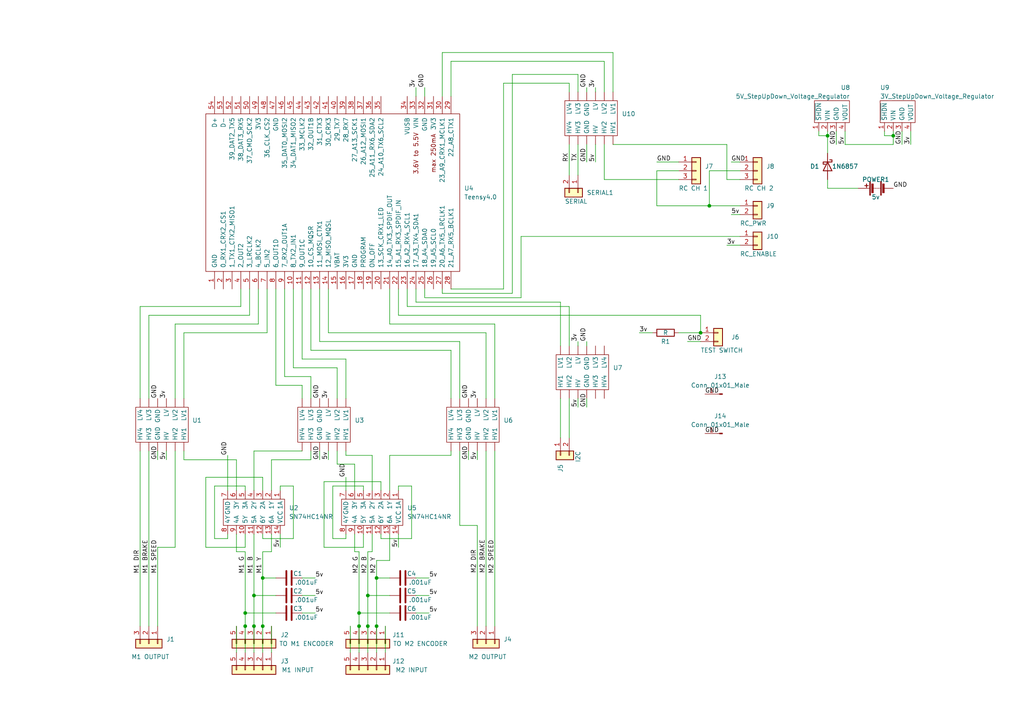
<source format=kicad_sch>
(kicad_sch (version 20211123) (generator eeschema)
  (paper "A4")
  (lib_symbols
    (symbol "Connector:Conn_01x01_Male" (pin_names (offset 1.016) hide)
      (property "Reference" "J" (at 0 2.54 0))
      (property "Value" "Conn_01x01_Male" (at 0 -2.54 0))
      (symbol "Conn_01x01_Male_1_1"
        (polyline (pts (xy 1.27 0) (xy 0.8636 0)) (stroke (width 0.1524)))
        (rectangle (start 0.8636 0.127) (end 0 -0.127) (stroke (width 0.1524)) (fill (type outline)))
        (pin passive line (at 5.08 0 180) (length 3.81) (name "Pin_1") (number "1"))
      )
    )
    (symbol "Connector_Generic:Conn_01x02" (pin_names (offset 1.016) hide)
      (property "Reference" "J" (at 0 2.54 0))
      (property "Value" "Conn_01x02" (at 0 -5.08 0))
      (symbol "Conn_01x02_1_1"
        (rectangle (start -1.27 -2.413) (end 0 -2.667) (stroke (width 0.1524)))
        (rectangle (start -1.27 0.127) (end 0 -0.127) (stroke (width 0.1524)))
        (rectangle (start -1.27 1.27) (end 1.27 -3.81) (stroke (width 0.254)) (fill (type background)))
        (pin passive line (at -5.08 0 0) (length 3.81) (name "Pin_1") (number "1"))
        (pin passive line (at -5.08 -2.54 0) (length 3.81) (name "Pin_2") (number "2"))
      )
    )
    (symbol "Connector_Generic:Conn_01x03" (pin_names (offset 1.016) hide)
      (property "Reference" "J" (at 0 5.08 0))
      (property "Value" "Conn_01x03" (at 0 -5.08 0))
      (symbol "Conn_01x03_1_1"
        (rectangle (start -1.27 -2.413) (end 0 -2.667) (stroke (width 0.1524)))
        (rectangle (start -1.27 0.127) (end 0 -0.127) (stroke (width 0.1524)))
        (rectangle (start -1.27 2.667) (end 0 2.413) (stroke (width 0.1524)))
        (rectangle (start -1.27 3.81) (end 1.27 -3.81) (stroke (width 0.254)) (fill (type background)))
        (pin passive line (at -5.08 2.54 0) (length 3.81) (name "Pin_1") (number "1"))
        (pin passive line (at -5.08 0 0) (length 3.81) (name "Pin_2") (number "2"))
        (pin passive line (at -5.08 -2.54 0) (length 3.81) (name "Pin_3") (number "3"))
      )
    )
    (symbol "Connector_Generic:Conn_01x05" (pin_names (offset 1.016) hide)
      (property "Reference" "J" (at 0 7.62 0))
      (property "Value" "Conn_01x05" (at 0 -7.62 0))
      (symbol "Conn_01x05_1_1"
        (rectangle (start -1.27 -4.953) (end 0 -5.207) (stroke (width 0.1524)))
        (rectangle (start -1.27 -2.413) (end 0 -2.667) (stroke (width 0.1524)))
        (rectangle (start -1.27 0.127) (end 0 -0.127) (stroke (width 0.1524)))
        (rectangle (start -1.27 2.667) (end 0 2.413) (stroke (width 0.1524)))
        (rectangle (start -1.27 5.207) (end 0 4.953) (stroke (width 0.1524)))
        (rectangle (start -1.27 6.35) (end 1.27 -6.35) (stroke (width 0.254)) (fill (type background)))
        (pin passive line (at -5.08 5.08 0) (length 3.81) (name "Pin_1") (number "1"))
        (pin passive line (at -5.08 2.54 0) (length 3.81) (name "Pin_2") (number "2"))
        (pin passive line (at -5.08 0 0) (length 3.81) (name "Pin_3") (number "3"))
        (pin passive line (at -5.08 -2.54 0) (length 3.81) (name "Pin_4") (number "4"))
        (pin passive line (at -5.08 -5.08 0) (length 3.81) (name "Pin_5") (number "5"))
      )
    )
    (symbol "Custom:3V_StepUpDown_Voltage_Regulator"
      (property "Reference" "U" (at 0 7.62 0))
      (property "Value" "3V_StepUpDown_Voltage_Regulator" (at 0 -5.08 0))
      (symbol "3V_StepUpDown_Voltage_Regulator_0_0"
        (pin input line (at -6.35 5.08 0) (length 2.54) (name "~{SHDN}") (number "1"))
        (pin power_in line (at -6.35 2.54 0) (length 2.54) (name "VIN") (number "2"))
        (pin power_in line (at -6.35 0 0) (length 2.54) (name "GND") (number "3"))
        (pin power_out line (at -6.35 -2.54 0) (length 2.54) (name "VOUT") (number "4"))
      )
      (symbol "3V_StepUpDown_Voltage_Regulator_0_1"
        (rectangle (start -3.81 6.35) (end 2.54 -3.81))
      )
    )
    (symbol "Custom:5V_StepUpDown_Voltage_Regulator"
      (property "Reference" "U" (at 0 7.62 0))
      (property "Value" "5V_StepUpDown_Voltage_Regulator" (at 0 -5.08 0))
      (symbol "5V_StepUpDown_Voltage_Regulator_0_0"
        (pin input line (at -6.35 5.08 0) (length 2.54) (name "~{SHDN}") (number "1"))
        (pin power_in line (at -6.35 2.54 0) (length 2.54) (name "VIN") (number "2"))
        (pin power_in line (at -6.35 0 0) (length 2.54) (name "GND") (number "3"))
        (pin power_out line (at -6.35 -2.54 0) (length 2.54) (name "VOUT") (number "4"))
      )
      (symbol "5V_StepUpDown_Voltage_Regulator_0_1"
        (rectangle (start -3.81 6.35) (end 2.54 -3.81))
      )
    )
    (symbol "Custom:Level_Shifter" (pin_numbers hide)
      (property "Reference" "U" (at 0 8.89 0))
      (property "Value" "Level_Shifter" (at 0 -8.89 0))
      (symbol "Level_Shifter_0_0"
        (pin bidirectional line (at -7.62 6.35 0) (length 2.54) (name "HV4") (number "1"))
        (pin power_in line (at 7.62 1.27 180) (length 2.54) (name "GND") (number "10"))
        (pin bidirectional line (at 7.62 3.81 180) (length 2.54) (name "LV3") (number "11"))
        (pin bidirectional line (at 7.62 6.35 180) (length 2.54) (name "LV4") (number "12"))
        (pin bidirectional line (at -7.62 3.81 0) (length 2.54) (name "HV3") (number "2"))
        (pin power_in line (at -7.62 1.27 0) (length 2.54) (name "GND") (number "3"))
        (pin power_in line (at -7.62 -1.27 0) (length 2.54) (name "HV") (number "4"))
        (pin bidirectional line (at -7.62 -3.81 0) (length 2.54) (name "HV2") (number "5"))
        (pin bidirectional line (at -7.62 -6.35 0) (length 2.54) (name "HV1") (number "6"))
        (pin bidirectional line (at 7.62 -6.35 180) (length 2.54) (name "LV1") (number "7"))
        (pin bidirectional line (at 7.62 -3.81 180) (length 2.54) (name "LV2") (number "8"))
        (pin power_in line (at 7.62 -1.27 180) (length 2.54) (name "LV") (number "9"))
      )
      (symbol "Level_Shifter_0_1"
        (rectangle (start 5.08 -7.62) (end -5.08 7.62))
      )
    )
    (symbol "Custom:SN74HC14NR"
      (property "Reference" "U" (at -2.54 10.16 0))
      (property "Value" "SN74HC14NR" (at -2.54 -10.16 0))
      (symbol "SN74HC14NR_0_0"
        (pin input line (at -8.89 7.62 0) (length 2.54) (name "1A") (number "1"))
        (pin output line (at 3.81 -2.54 180) (length 2.54) (name "5Y") (number "10"))
        (pin input line (at 3.81 0 180) (length 2.54) (name "5A") (number "11"))
        (pin output line (at 3.81 2.54 180) (length 2.54) (name "6Y") (number "12"))
        (pin input line (at 3.81 5.08 180) (length 2.54) (name "6A") (number "13"))
        (pin power_in line (at 3.81 7.62 180) (length 2.54) (name "VCC") (number "14"))
        (pin output line (at -8.89 5.08 0) (length 2.54) (name "1Y") (number "2"))
        (pin input line (at -8.89 2.54 0) (length 2.54) (name "2A") (number "3"))
        (pin output line (at -8.89 0 0) (length 2.54) (name "2Y") (number "4"))
        (pin input line (at -8.89 -2.54 0) (length 2.54) (name "3A") (number "5"))
        (pin input line (at -8.89 -5.08 0) (length 2.54) (name "3Y") (number "6"))
        (pin power_in line (at -8.89 -7.62 0) (length 2.54) (name "GND") (number "7"))
        (pin output line (at 3.81 -7.62 180) (length 2.54) (name "4Y") (number "8"))
        (pin input line (at 3.81 -5.08 180) (length 2.54) (name "4A") (number "9"))
      )
      (symbol "SN74HC14NR_0_1"
        (rectangle (start -6.35 8.89) (end 1.27 -8.89))
      )
    )
    (symbol "Device:Battery" (pin_numbers hide) (pin_names (offset 0) hide)
      (property "Reference" "BT" (at 2.54 2.54 0))
      (property "Value" "Battery" (at 2.54 0 0))
      (symbol "Battery_0_1"
        (rectangle (start -2.032 -1.397) (end 2.032 -1.651) (fill (type outline)))
        (rectangle (start -2.032 1.778) (end 2.032 1.524) (fill (type outline)))
        (rectangle (start -1.3208 -1.9812) (end 1.27 -2.4892) (fill (type outline)))
        (rectangle (start -1.3208 1.1938) (end 1.27 0.6858) (fill (type outline)))
        (polyline (pts (xy 0 -1.524) (xy 0 -1.27)))
        (polyline (pts (xy 0 -1.016) (xy 0 -0.762)))
        (polyline (pts (xy 0 -0.508) (xy 0 -0.254)))
        (polyline (pts (xy 0 0) (xy 0 0.254)))
        (polyline (pts (xy 0 0.508) (xy 0 0.762)))
        (polyline (pts (xy 0 1.778) (xy 0 2.54)))
        (polyline (pts (xy 0.254 2.667) (xy 1.27 2.667)) (stroke (width 0.254)))
        (polyline (pts (xy 0.762 3.175) (xy 0.762 2.159)) (stroke (width 0.254)))
      )
      (symbol "Battery_1_1"
        (pin passive line (at 0 5.08 270) (length 2.54) (name "+") (number "1"))
        (pin passive line (at 0 -5.08 90) (length 2.54) (name "-") (number "2"))
      )
    )
    (symbol "Device:C" (pin_numbers hide) (pin_names (offset 0.254))
      (property "Reference" "C" (at 0.635 2.54 0))
      (property "Value" "C" (at 0.635 -2.54 0))
      (symbol "C_0_1"
        (polyline (pts (xy -2.032 -0.762) (xy 2.032 -0.762)) (stroke (width 0.508)))
        (polyline (pts (xy -2.032 0.762) (xy 2.032 0.762)) (stroke (width 0.508)))
      )
      (symbol "C_1_1"
        (pin passive line (at 0 3.81 270) (length 2.794) (name "~") (number "1"))
        (pin passive line (at 0 -3.81 90) (length 2.794) (name "~") (number "2"))
      )
    )
    (symbol "Device:R" (pin_numbers hide) (pin_names (offset 0))
      (property "Reference" "R" (at 2.032 0 90))
      (property "Value" "R" (at 0 0 90))
      (symbol "R_0_1"
        (rectangle (start -1.016 -2.54) (end 1.016 2.54) (stroke (width 0.254)))
      )
      (symbol "R_1_1"
        (pin passive line (at 0 3.81 270) (length 1.27) (name "~") (number "1"))
        (pin passive line (at 0 -3.81 90) (length 1.27) (name "~") (number "2"))
      )
    )
    (symbol "Diode:1N6857" (pin_numbers hide) (pin_names (offset 1.016) hide)
      (property "Reference" "D" (at 0 2.54 0))
      (property "Value" "1N6857" (at 0 -2.54 0))
      (symbol "1N6857_0_1"
        (polyline (pts (xy 1.27 0) (xy -1.27 0)))
        (polyline (pts (xy 1.27 1.27) (xy 1.27 -1.27) (xy -1.27 0) (xy 1.27 1.27)) (stroke (width 0.254)))
        (polyline (pts (xy -1.905 0.635) (xy -1.905 1.27) (xy -1.27 1.27) (xy -1.27 -1.27) (xy -0.635 -1.27) (xy -0.635 -0.635)) (stroke (width 0.254)))
      )
      (symbol "1N6857_1_1"
        (pin passive line (at -3.81 0 0) (length 2.54) (name "K") (number "1"))
        (pin passive line (at 3.81 0 180) (length 2.54) (name "A") (number "2"))
      )
    )
    (symbol "teensy:Teensy4.0" (pin_names (offset 1.016))
      (property "Reference" "U" (at 0 39.37 0))
      (property "Value" "Teensy4.0" (at 0 -39.37 0))
      (symbol "Teensy4.0_0_0"
        (text "3.6V to 5.5V" (at 11.43 -24.13 0) (effects (font (size 1.27 1.27))))
        (text "max 250mA" (at 11.43 -29.21 0) (effects (font (size 1.27 1.27))))
        (pin bidirectional line (at -27.94 11.43 0) (length 5.08) (name "8_TX2_IN1") (number "10"))
        (pin bidirectional line (at -27.94 8.89 0) (length 5.08) (name "9_OUT1C") (number "11"))
        (pin bidirectional line (at -27.94 6.35 0) (length 5.08) (name "10_CS_MQSR") (number "12"))
        (pin bidirectional line (at -27.94 3.81 0) (length 5.08) (name "11_MOSI_CTX1") (number "13"))
        (pin bidirectional line (at -27.94 1.27 0) (length 5.08) (name "12_MISO_MQSL") (number "14"))
        (pin power_in line (at -27.94 -1.27 0) (length 5.08) (name "VBAT") (number "15"))
        (pin power_in line (at -27.94 -3.81 0) (length 5.08) (name "3V3") (number "16"))
        (pin power_in line (at -27.94 -6.35 0) (length 5.08) (name "GND") (number "17"))
        (pin input line (at -27.94 -8.89 0) (length 5.08) (name "PROGRAM") (number "18"))
        (pin input line (at -27.94 -11.43 0) (length 5.08) (name "ON_OFF") (number "19"))
        (pin bidirectional line (at -27.94 -13.97 0) (length 5.08) (name "13_SCK_CRX1_LED") (number "20"))
        (pin bidirectional line (at -27.94 -16.51 0) (length 5.08) (name "14_A0_TX3_SPDIF_OUT") (number "21"))
        (pin bidirectional line (at -27.94 -19.05 0) (length 5.08) (name "15_A1_RX3_SPDIF_IN") (number "22"))
        (pin bidirectional line (at -27.94 -21.59 0) (length 5.08) (name "16_A2_RX4_SCL1") (number "23"))
        (pin bidirectional line (at -27.94 -24.13 0) (length 5.08) (name "17_A3_TX4_SDA1") (number "24"))
        (pin bidirectional line (at -27.94 -26.67 0) (length 5.08) (name "18_A4_SDA0") (number "25"))
        (pin bidirectional line (at -27.94 -29.21 0) (length 5.08) (name "19_A5_SCL0") (number "26"))
        (pin bidirectional line (at -27.94 -31.75 0) (length 5.08) (name "20_A6_TX5_LRCLK1") (number "27"))
        (pin bidirectional line (at -27.94 -34.29 0) (length 5.08) (name "21_A7_RX5_BCLK1") (number "28"))
        (pin bidirectional line (at 27.94 -34.29 180) (length 5.08) (name "22_A8_CTX1") (number "29"))
        (pin bidirectional line (at 27.94 -31.75 180) (length 5.08) (name "23_A9_CRX1_MCLK1") (number "30"))
        (pin power_out line (at 27.94 -29.21 180) (length 5.08) (name "3V3") (number "31"))
        (pin power_in line (at 27.94 -26.67 180) (length 5.08) (name "GND") (number "32"))
        (pin power_in line (at 27.94 -24.13 180) (length 5.08) (name "VIN") (number "33"))
        (pin power_out line (at 27.94 -21.59 180) (length 5.08) (name "VUSB") (number "34"))
        (pin bidirectional line (at 27.94 -13.97 180) (length 5.08) (name "24_A10_TX6_SCL2") (number "35"))
        (pin bidirectional line (at 27.94 -11.43 180) (length 5.08) (name "25_A11_RX6_SDA2") (number "36"))
        (pin bidirectional line (at 27.94 -8.89 180) (length 5.08) (name "26_A12_MOSI1") (number "37"))
        (pin bidirectional line (at 27.94 -6.35 180) (length 5.08) (name "27_A13_SCK1") (number "38"))
        (pin bidirectional line (at 27.94 -3.81 180) (length 5.08) (name "28_RX7") (number "39"))
        (pin bidirectional line (at 27.94 -1.27 180) (length 5.08) (name "29_TX7") (number "40"))
        (pin bidirectional line (at 27.94 1.27 180) (length 5.08) (name "30_CRX3") (number "41"))
        (pin bidirectional line (at 27.94 3.81 180) (length 5.08) (name "31_CTX3") (number "42"))
        (pin bidirectional line (at 27.94 6.35 180) (length 5.08) (name "32_OUT1B") (number "43"))
        (pin bidirectional line (at 27.94 8.89 180) (length 5.08) (name "33_MCLK2") (number "44"))
        (pin bidirectional line (at 27.94 11.43 180) (length 5.08) (name "34_DAT1_MISO2") (number "45"))
        (pin bidirectional line (at 27.94 13.97 180) (length 5.08) (name "35_DAT0_MOSI2") (number "46"))
        (pin power_out line (at 27.94 16.51 180) (length 5.08) (name "GND") (number "47"))
        (pin bidirectional line (at 27.94 19.05 180) (length 5.08) (name "36_CLK_CS2") (number "48"))
        (pin power_out line (at 27.94 21.59 180) (length 5.08) (name "3V3") (number "49"))
        (pin bidirectional line (at -27.94 24.13 0) (length 5.08) (name "3_LRCLK2") (number "5"))
        (pin bidirectional line (at 27.94 24.13 180) (length 5.08) (name "37_CMD_SCK2") (number "50"))
        (pin bidirectional line (at 27.94 26.67 180) (length 5.08) (name "38_DAT3_RX5") (number "51"))
        (pin bidirectional line (at 27.94 29.21 180) (length 5.08) (name "39_DAT2_TX5") (number "52"))
        (pin bidirectional line (at 27.94 31.75 180) (length 5.08) (name "D-") (number "53"))
        (pin bidirectional line (at 27.94 34.29 180) (length 5.08) (name "D+") (number "54"))
        (pin bidirectional line (at -27.94 21.59 0) (length 5.08) (name "4_BCLK2") (number "6"))
        (pin bidirectional line (at -27.94 19.05 0) (length 5.08) (name "5_IN2") (number "7"))
        (pin bidirectional line (at -27.94 16.51 0) (length 5.08) (name "6_OUT1D") (number "8"))
        (pin bidirectional line (at -27.94 13.97 0) (length 5.08) (name "7_RX2_OUT1A") (number "9"))
      )
      (symbol "Teensy4.0_0_1"
        (rectangle (start -22.86 36.83) (end 22.86 -36.83))
        (rectangle (start -20.32 -31.75) (end -20.32 -31.75))
      )
      (symbol "Teensy4.0_1_1"
        (pin power_in line (at -27.94 34.29 0) (length 5.08) (name "GND") (number "1"))
        (pin bidirectional line (at -27.94 31.75 0) (length 5.08) (name "0_RX1_CRX2_CS1") (number "2"))
        (pin bidirectional line (at -27.94 29.21 0) (length 5.08) (name "1_TX1_CTX2_MISO1") (number "3"))
        (pin bidirectional line (at -27.94 26.67 0) (length 5.08) (name "2_OUT2") (number "4"))
      )
    )
  )
  (junction (at 73.66 172.72))
  (junction (at 71.12 177.8))
  (junction (at 71.12 181.61))
  (junction (at 109.22 167.64))
  (junction (at 76.2 167.64))
  (junction (at 205.74 59.69))
  (junction (at 106.68 172.72))
  (junction (at 104.14 181.61))
  (junction (at 73.66 181.61))
  (junction (at 259.08 39.37))
  (junction (at 76.2 181.61))
  (junction (at 203.2 96.52))
  (junction (at 240.03 39.37))
  (junction (at 104.14 177.8))
  (junction (at 106.68 181.61))
  (junction (at 109.22 181.61))
  (wire (pts (xy 85.09 140.97) (xy 81.28 140.97)))
  (wire (pts (xy 124.46 177.8) (xy 120.65 177.8)))
  (wire (pts (xy 259.08 41.91) (xy 259.08 39.37)))
  (wire (pts (xy 106.68 172.72) (xy 113.03 172.72)))
  (wire (pts (xy 170.18 25.4) (xy 170.18 26.67)))
  (wire (pts (xy 177.8 15.24) (xy 128.27 15.24)))
  (wire (pts (xy 259.08 39.37) (xy 256.54 39.37)))
  (wire (pts (xy 214.63 59.69) (xy 205.74 59.69)))
  (wire (pts (xy 165.1 24.13) (xy 165.1 26.67)))
  (wire (pts (xy 50.8 93.98) (xy 74.93 93.98)))
  (wire (pts (xy 165.1 88.9) (xy 165.1 100.33)))
  (wire (pts (xy 53.34 130.81) (xy 53.34 133.35)))
  (wire (pts (xy 190.5 49.53) (xy 196.85 49.53)))
  (wire (pts (xy 76.2 138.43) (xy 76.2 142.24)))
  (wire (pts (xy 107.95 154.94) (xy 107.95 160.02)))
  (wire (pts (xy 102.87 160.02) (xy 104.14 160.02)))
  (wire (pts (xy 120.65 25.4) (xy 120.65 27.94)))
  (wire (pts (xy 104.14 177.8) (xy 113.03 177.8)))
  (wire (pts (xy 102.87 154.94) (xy 102.87 160.02)))
  (wire (pts (xy 196.85 52.07) (xy 175.26 52.07)))
  (wire (pts (xy 170.18 46.99) (xy 170.18 41.91)))
  (wire (pts (xy 115.57 91.44) (xy 203.2 91.44)))
  (wire (pts (xy 242.57 41.91) (xy 242.57 38.1)))
  (wire (pts (xy 259.08 39.37) (xy 259.08 38.1)))
  (wire (pts (xy 130.81 130.81) (xy 130.81 132.08)))
  (wire (pts (xy 212.09 46.99) (xy 214.63 46.99)))
  (wire (pts (xy 113.03 142.24) (xy 113.03 132.08)))
  (wire (pts (xy 113.03 162.56) (xy 109.22 162.56)))
  (wire (pts (xy 264.16 41.91) (xy 264.16 38.1)))
  (wire (pts (xy 91.44 172.72) (xy 87.63 172.72)))
  (wire (pts (xy 96.52 156.21) (xy 96.52 140.97)))
  (wire (pts (xy 102.87 142.24) (xy 102.87 134.62)))
  (wire (pts (xy 130.81 83.82) (xy 146.05 83.82)))
  (wire (pts (xy 109.22 181.61) (xy 109.22 189.23)))
  (wire (pts (xy 133.35 115.57) (xy 133.35 99.06)))
  (wire (pts (xy 175.26 26.67) (xy 175.26 17.78)))
  (wire (pts (xy 78.74 154.94) (xy 78.74 160.02)))
  (wire (pts (xy 90.17 109.22) (xy 82.55 109.22)))
  (wire (pts (xy 93.98 139.7) (xy 110.49 139.7)))
  (wire (pts (xy 199.39 99.06) (xy 203.2 99.06)))
  (wire (pts (xy 167.64 41.91) (xy 167.64 50.8)))
  (wire (pts (xy 140.97 130.81) (xy 140.97 181.61)))
  (wire (pts (xy 196.85 96.52) (xy 203.2 96.52)))
  (wire (pts (xy 40.64 115.57) (xy 40.64 88.9)))
  (wire (pts (xy 76.2 156.21) (xy 85.09 156.21)))
  (wire (pts (xy 48.26 133.35) (xy 48.26 130.81)))
  (wire (pts (xy 43.18 130.81) (xy 43.18 181.61)))
  (wire (pts (xy 135.89 133.35) (xy 135.89 130.81)))
  (wire (pts (xy 151.13 86.36) (xy 123.19 86.36)))
  (wire (pts (xy 97.79 115.57) (xy 97.79 106.68)))
  (wire (pts (xy 73.66 130.81) (xy 87.63 130.81)))
  (wire (pts (xy 76.2 167.64) (xy 80.01 167.64)))
  (wire (pts (xy 212.09 62.23) (xy 214.63 62.23)))
  (wire (pts (xy 40.64 130.81) (xy 40.64 181.61)))
  (wire (pts (xy 109.22 167.64) (xy 109.22 181.61)))
  (wire (pts (xy 110.49 156.21) (xy 119.38 156.21)))
  (wire (pts (xy 165.1 115.57) (xy 165.1 127)))
  (wire (pts (xy 256.54 38.1) (xy 256.54 39.37)))
  (wire (pts (xy 177.8 41.91) (xy 210.82 41.91)))
  (wire (pts (xy 130.81 101.6) (xy 90.17 101.6)))
  (wire (pts (xy 128.27 15.24) (xy 128.27 27.94)))
  (wire (pts (xy 107.95 142.24) (xy 107.95 132.08)))
  (wire (pts (xy 85.09 83.82) (xy 85.09 106.68)))
  (wire (pts (xy 50.8 158.75) (xy 45.72 158.75)))
  (wire (pts (xy 104.14 177.8) (xy 104.14 181.61)))
  (wire (pts (xy 87.63 115.57) (xy 87.63 111.76)))
  (wire (pts (xy 74.93 83.82) (xy 74.93 93.98)))
  (wire (pts (xy 66.04 156.21) (xy 62.23 156.21)))
  (wire (pts (xy 78.74 181.61) (xy 78.74 189.23)))
  (wire (pts (xy 177.8 26.67) (xy 177.8 15.24)))
  (wire (pts (xy 146.05 83.82) (xy 146.05 24.13)))
  (wire (pts (xy 71.12 181.61) (xy 71.12 189.23)))
  (wire (pts (xy 45.72 133.35) (xy 45.72 130.81)))
  (wire (pts (xy 91.44 167.64) (xy 87.63 167.64)))
  (wire (pts (xy 101.6 181.61) (xy 101.6 189.23)))
  (wire (pts (xy 205.74 59.69) (xy 190.5 59.69)))
  (wire (pts (xy 120.65 83.82) (xy 120.65 87.63)))
  (wire (pts (xy 106.68 160.02) (xy 106.68 172.72)))
  (wire (pts (xy 43.18 91.44) (xy 72.39 91.44)))
  (wire (pts (xy 240.03 39.37) (xy 237.49 39.37)))
  (wire (pts (xy 113.03 132.08) (xy 130.81 132.08)))
  (wire (pts (xy 133.35 152.4) (xy 138.43 152.4)))
  (wire (pts (xy 140.97 96.52) (xy 95.25 96.52)))
  (wire (pts (xy 66.04 154.94) (xy 66.04 156.21)))
  (wire (pts (xy 76.2 160.02) (xy 76.2 167.64)))
  (wire (pts (xy 151.13 68.58) (xy 214.63 68.58)))
  (wire (pts (xy 76.2 167.64) (xy 76.2 181.61)))
  (wire (pts (xy 97.79 130.81) (xy 97.79 134.62)))
  (wire (pts (xy 148.59 21.59) (xy 167.64 21.59)))
  (wire (pts (xy 73.66 142.24) (xy 73.66 130.81)))
  (wire (pts (xy 109.22 162.56) (xy 109.22 167.64)))
  (wire (pts (xy 110.49 154.94) (xy 110.49 156.21)))
  (wire (pts (xy 87.63 83.82) (xy 87.63 104.14)))
  (wire (pts (xy 92.71 133.35) (xy 92.71 130.81)))
  (wire (pts (xy 185.42 96.52) (xy 189.23 96.52)))
  (wire (pts (xy 162.56 115.57) (xy 162.56 127)))
  (wire (pts (xy 170.18 118.11) (xy 170.18 115.57)))
  (wire (pts (xy 130.81 115.57) (xy 130.81 101.6)))
  (wire (pts (xy 71.12 177.8) (xy 71.12 181.61)))
  (wire (pts (xy 71.12 154.94) (xy 71.12 158.75)))
  (wire (pts (xy 115.57 158.75) (xy 115.57 154.94)))
  (wire (pts (xy 123.19 25.4) (xy 123.19 27.94)))
  (wire (pts (xy 53.34 115.57) (xy 53.34 96.52)))
  (wire (pts (xy 100.33 138.43) (xy 100.33 142.24)))
  (wire (pts (xy 190.5 46.99) (xy 196.85 46.99)))
  (wire (pts (xy 237.49 38.1) (xy 237.49 39.37)))
  (wire (pts (xy 53.34 96.52) (xy 77.47 96.52)))
  (wire (pts (xy 111.76 181.61) (xy 111.76 189.23)))
  (wire (pts (xy 69.85 83.82) (xy 69.85 88.9)))
  (wire (pts (xy 95.25 133.35) (xy 95.25 130.81)))
  (wire (pts (xy 100.33 104.14) (xy 87.63 104.14)))
  (wire (pts (xy 140.97 115.57) (xy 140.97 96.52)))
  (wire (pts (xy 45.72 158.75) (xy 45.72 181.61)))
  (wire (pts (xy 71.12 177.8) (xy 80.01 177.8)))
  (wire (pts (xy 205.74 59.69) (xy 205.74 49.53)))
  (wire (pts (xy 115.57 83.82) (xy 115.57 91.44)))
  (wire (pts (xy 138.43 133.35) (xy 138.43 130.81)))
  (wire (pts (xy 167.64 99.06) (xy 167.64 100.33)))
  (wire (pts (xy 210.82 52.07) (xy 210.82 41.91)))
  (wire (pts (xy 151.13 86.36) (xy 151.13 68.58)))
  (wire (pts (xy 172.72 25.4) (xy 172.72 26.67)))
  (wire (pts (xy 59.69 138.43) (xy 76.2 138.43)))
  (wire (pts (xy 115.57 140.97) (xy 115.57 142.24)))
  (wire (pts (xy 81.28 158.75) (xy 81.28 154.94)))
  (wire (pts (xy 76.2 154.94) (xy 76.2 156.21)))
  (wire (pts (xy 73.66 181.61) (xy 73.66 189.23)))
  (wire (pts (xy 113.03 154.94) (xy 113.03 162.56)))
  (wire (pts (xy 143.51 115.57) (xy 143.51 93.98)))
  (wire (pts (xy 68.58 142.24) (xy 68.58 133.35)))
  (wire (pts (xy 146.05 24.13) (xy 165.1 24.13)))
  (wire (pts (xy 118.11 88.9) (xy 165.1 88.9)))
  (wire (pts (xy 205.74 49.53) (xy 214.63 49.53)))
  (wire (pts (xy 210.82 71.12) (xy 214.63 71.12)))
  (wire (pts (xy 87.63 111.76) (xy 80.01 111.76)))
  (wire (pts (xy 71.12 142.24) (xy 71.12 140.97)))
  (wire (pts (xy 167.64 118.11) (xy 167.64 115.57)))
  (wire (pts (xy 85.09 156.21) (xy 85.09 140.97)))
  (wire (pts (xy 50.8 130.81) (xy 50.8 158.75)))
  (wire (pts (xy 123.19 83.82) (xy 123.19 86.36)))
  (wire (pts (xy 91.44 177.8) (xy 87.63 177.8)))
  (wire (pts (xy 175.26 17.78) (xy 130.81 17.78)))
  (wire (pts (xy 190.5 59.69) (xy 190.5 49.53)))
  (wire (pts (xy 203.2 91.44) (xy 203.2 96.52)))
  (wire (pts (xy 261.62 41.91) (xy 261.62 38.1)))
  (wire (pts (xy 96.52 140.97) (xy 105.41 140.97)))
  (wire (pts (xy 50.8 115.57) (xy 50.8 93.98)))
  (wire (pts (xy 167.64 21.59) (xy 167.64 26.67)))
  (wire (pts (xy 138.43 152.4) (xy 138.43 181.61)))
  (wire (pts (xy 133.35 99.06) (xy 92.71 99.06)))
  (wire (pts (xy 72.39 83.82) (xy 72.39 91.44)))
  (wire (pts (xy 71.12 160.02) (xy 71.12 177.8)))
  (wire (pts (xy 73.66 172.72) (xy 80.01 172.72)))
  (wire (pts (xy 104.14 181.61) (xy 104.14 189.23)))
  (wire (pts (xy 90.17 130.81) (xy 90.17 133.35)))
  (wire (pts (xy 170.18 99.06) (xy 170.18 100.33)))
  (wire (pts (xy 133.35 130.81) (xy 133.35 152.4)))
  (wire (pts (xy 120.65 87.63) (xy 162.56 87.63)))
  (wire (pts (xy 113.03 83.82) (xy 113.03 93.98)))
  (wire (pts (xy 90.17 83.82) (xy 90.17 101.6)))
  (wire (pts (xy 102.87 134.62) (xy 97.79 134.62)))
  (wire (pts (xy 95.25 83.82) (xy 95.25 96.52)))
  (wire (pts (xy 100.33 115.57) (xy 100.33 104.14)))
  (wire (pts (xy 109.22 167.64) (xy 113.03 167.64)))
  (wire (pts (xy 240.03 52.07) (xy 240.03 54.61)))
  (wire (pts (xy 100.33 130.81) (xy 100.33 132.08)))
  (wire (pts (xy 148.59 85.09) (xy 148.59 21.59)))
  (wire (pts (xy 100.33 154.94) (xy 100.33 156.21)))
  (wire (pts (xy 104.14 160.02) (xy 104.14 177.8)))
  (wire (pts (xy 119.38 140.97) (xy 115.57 140.97)))
  (wire (pts (xy 105.41 158.75) (xy 93.98 158.75)))
  (wire (pts (xy 81.28 140.97) (xy 81.28 142.24)))
  (wire (pts (xy 143.51 130.81) (xy 143.51 181.61)))
  (wire (pts (xy 128.27 83.82) (xy 128.27 85.09)))
  (wire (pts (xy 143.51 93.98) (xy 113.03 93.98)))
  (wire (pts (xy 43.18 115.57) (xy 43.18 91.44)))
  (wire (pts (xy 124.46 167.64) (xy 120.65 167.64)))
  (wire (pts (xy 68.58 160.02) (xy 71.12 160.02)))
  (wire (pts (xy 68.58 181.61) (xy 68.58 189.23)))
  (wire (pts (xy 97.79 106.68) (xy 85.09 106.68)))
  (wire (pts (xy 119.38 156.21) (xy 119.38 140.97)))
  (wire (pts (xy 105.41 154.94) (xy 105.41 158.75)))
  (wire (pts (xy 107.95 132.08) (xy 100.33 132.08)))
  (wire (pts (xy 59.69 158.75) (xy 59.69 138.43)))
  (wire (pts (xy 175.26 41.91) (xy 175.26 52.07)))
  (wire (pts (xy 106.68 181.61) (xy 106.68 189.23)))
  (wire (pts (xy 248.92 54.61) (xy 240.03 54.61)))
  (wire (pts (xy 80.01 111.76) (xy 80.01 83.82)))
  (wire (pts (xy 245.11 41.91) (xy 245.11 38.1)))
  (wire (pts (xy 71.12 158.75) (xy 59.69 158.75)))
  (wire (pts (xy 240.03 38.1) (xy 240.03 39.37)))
  (wire (pts (xy 124.46 172.72) (xy 120.65 172.72)))
  (wire (pts (xy 90.17 115.57) (xy 90.17 109.22)))
  (wire (pts (xy 172.72 46.99) (xy 172.72 41.91)))
  (wire (pts (xy 107.95 160.02) (xy 106.68 160.02)))
  (wire (pts (xy 165.1 41.91) (xy 165.1 50.8)))
  (wire (pts (xy 214.63 52.07) (xy 210.82 52.07)))
  (wire (pts (xy 66.04 132.08) (xy 66.04 142.24)))
  (wire (pts (xy 73.66 154.94) (xy 73.66 172.72)))
  (wire (pts (xy 78.74 142.24) (xy 78.74 133.35)))
  (wire (pts (xy 105.41 140.97) (xy 105.41 142.24)))
  (wire (pts (xy 78.74 160.02) (xy 76.2 160.02)))
  (wire (pts (xy 100.33 156.21) (xy 96.52 156.21)))
  (wire (pts (xy 82.55 83.82) (xy 82.55 109.22)))
  (wire (pts (xy 62.23 156.21) (xy 62.23 140.97)))
  (wire (pts (xy 78.74 133.35) (xy 90.17 133.35)))
  (wire (pts (xy 245.11 41.91) (xy 259.08 41.91)))
  (wire (pts (xy 130.81 17.78) (xy 130.81 27.94)))
  (wire (pts (xy 162.56 87.63) (xy 162.56 100.33)))
  (wire (pts (xy 92.71 83.82) (xy 92.71 99.06)))
  (wire (pts (xy 68.58 133.35) (xy 53.34 133.35)))
  (wire (pts (xy 93.98 158.75) (xy 93.98 139.7)))
  (wire (pts (xy 68.58 154.94) (xy 68.58 160.02)))
  (wire (pts (xy 240.03 39.37) (xy 240.03 44.45)))
  (wire (pts (xy 76.2 181.61) (xy 76.2 189.23)))
  (wire (pts (xy 106.68 172.72) (xy 106.68 181.61)))
  (wire (pts (xy 110.49 139.7) (xy 110.49 142.24)))
  (wire (pts (xy 73.66 172.72) (xy 73.66 181.61)))
  (wire (pts (xy 77.47 83.82) (xy 77.47 96.52)))
  (wire (pts (xy 40.64 88.9) (xy 69.85 88.9)))
  (wire (pts (xy 128.27 85.09) (xy 148.59 85.09)))
  (wire (pts (xy 62.23 140.97) (xy 71.12 140.97)))
  (wire (pts (xy 118.11 83.82) (xy 118.11 88.9)))
  (label "M1 BRAKE" (at 43.18 166.37 90))
  (label "GND" (at 45.72 115.57 90))
  (label "3v" (at 172.72 25.4 90))
  (label "M1 DIR" (at 40.64 166.37 90))
  (label "GND" (at 135.89 115.57 90))
  (label "5v" (at 138.43 133.35 90))
  (label "GND" (at 170.18 46.99 90))
  (label "GND" (at 135.89 133.35 90))
  (label "GND" (at 170.18 99.06 90))
  (label "5v" (at 124.46 177.8 0))
  (label "5v" (at 91.44 172.72 0))
  (label "5v" (at 124.46 172.72 0))
  (label "GND" (at 212.09 46.99 0))
  (label "M2 SPEED" (at 143.51 166.37 90))
  (label "5v" (at 48.26 133.35 90))
  (label "GND" (at 92.71 115.57 90))
  (label "5v" (at 95.25 133.35 90))
  (label "5v" (at 212.09 62.23 0))
  (label "M1 B" (at 73.66 166.37 90))
  (label "5v" (at 91.44 167.64 0))
  (label "5v" (at 172.72 46.99 90))
  (label "5v" (at 115.57 158.75 90))
  (label "5v" (at 91.44 177.8 0))
  (label "3v" (at 120.65 25.4 90))
  (label "TX" (at 167.64 44.45 270))
  (label "5v" (at 81.28 158.75 90))
  (label "GND" (at 190.5 46.99 0))
  (label "GND" (at 204.47 114.3 0))
  (label "M2 BRAKE" (at 140.97 166.2555 90))
  (label "5v" (at 245.11 41.91 90))
  (label "M2 G" (at 104.14 166.37 90))
  (label "3v" (at 185.42 96.52 0))
  (label "3v" (at 264.16 41.91 90))
  (label "GND" (at 100.33 138.43 90))
  (label "GND" (at 170.18 118.11 90))
  (label "3v" (at 167.64 99.06 90))
  (label "M1 G" (at 71.12 166.37 90))
  (label "3v" (at 95.25 115.57 90))
  (label "M1 Y" (at 76.2 166.37 90))
  (label "M1 SPEED" (at 45.72 166.37 90))
  (label "GND" (at 170.18 25.4 90))
  (label "GND" (at 45.72 133.35 90))
  (label "3v" (at 210.82 71.12 0))
  (label "GND" (at 261.62 41.91 90))
  (label "GND" (at 199.39 99.06 0))
  (label "3v" (at 48.26 115.57 90))
  (label "GND" (at 66.04 132.08 90))
  (label "5v" (at 167.64 118.11 90))
  (label "GND" (at 242.57 41.91 90))
  (label "GND" (at 123.19 25.4 90))
  (label "M2 DIR" (at 138.43 166.2555 90))
  (label "M2 Y" (at 109.22 166.37 90))
  (label "RX" (at 165.1 46.99 90))
  (label "3v" (at 138.43 115.57 90))
  (label "5v" (at 124.46 167.64 0))
  (label "GND" (at 204.47 125.73 0))
  (label "GND" (at 92.71 133.35 90))
  (label "GND" (at 259.08 54.61 0))
  (label "M2 B" (at 106.68 166.37 90))
  (symbol (lib_id "Connector:Conn_01x01_Male") (at 209.55 125.73 180) (unit 1)
    (property "Reference" "J14" (at 208.915 120.65 0))
    (property "Value" "Conn_01x01_Male" (at 208.915 123.19 0))
    (property "Footprint" "Connector_PinHeader_2.54mm:PinHeader_1x01_P2.54mm_Vertical" (effects hide))
  )
  (symbol (lib_id "Connector_Generic:Conn_01x03") (at 43.18 186.69 270) (unit 1)
    (property "Reference" "J1" (at 48.26 185.42 90) (effects (justify left)))
    (property "Value" "M1 OUTPUT" (at 38.1 190.5 90) (effects (justify left)))
    (property "Footprint" "TerminalBlock:TerminalBlock_Altech_AK300-3_P5.00mm" (effects hide))
  )
  (symbol (lib_id "Custom:SN74HC14NR") (at 73.66 151.13 270) (unit 1)
    (property "Reference" "U2" (at 83.82 147.3199 90) (effects (justify left)))
    (property "Value" "SN74HC14NR" (at 83.82 149.8599 90) (effects (justify left)))
    (property "Footprint" "Package_DIP:DIP-14_W7.62mm" (effects hide))
  )
  (symbol (lib_id "Device:Battery") (at 254 54.61 90) (unit 1)
    (property "Reference" "POWER1" (at 254 52.07 90))
    (property "Value" "5v" (at 254 57.15 90))
    (property "Footprint" "Connector_JST:JST_XH_B2B-XH-A_1x02_P2.50mm_Vertical" (effects hide))
  )
  (symbol (lib_id "Connector_Generic:Conn_01x03") (at 140.97 186.69 270) (unit 1)
    (property "Reference" "J4" (at 146.05 185.4199 90) (effects (justify left)))
    (property "Value" "M2 OUTPUT" (at 135.89 190.5 90) (effects (justify left)))
    (property "Footprint" "TerminalBlock:TerminalBlock_Altech_AK300-3_P5.00mm" (effects hide))
  )
  (symbol (lib_id "Diode:1N6857") (at 240.03 48.26 270) (unit 1)
    (property "Reference" "D1" (at 234.95 48.26 90) (effects (justify left)))
    (property "Value" "1N6857" (at 241.3 48.26 90) (effects (justify left)))
    (property "Footprint" "Diode_THT:D_DO-35_SOD27_P7.62mm_Horizontal" (effects hide))
    (property "Datasheet" "https://www.microsemi.com/document-portal/doc_download/8865-lds-0040-datasheet" (effects hide))
  )
  (symbol (lib_id "Connector_Generic:Conn_01x03") (at 201.93 49.53 0) (unit 1)
    (property "Reference" "J7" (at 204.47 48.2599 0) (effects (justify left)))
    (property "Value" "RC CH 1" (at 196.85 54.61 0) (effects (justify left)))
    (property "Footprint" "Connector_JST:JST_XH_B3B-XH-A_1x03_P2.50mm_Vertical" (effects hide))
  )
  (symbol (lib_id "Device:C") (at 83.82 167.64 90) (unit 1)
    (property "Reference" "C1" (at 86.36 166.37 90))
    (property "Value" ".001uF" (at 88.9 168.91 90))
    (property "Footprint" "Capacitor_THT:C_Axial_L3.8mm_D2.6mm_P7.50mm_Horizontal" (effects hide))
  )
  (symbol (lib_id "Device:C") (at 83.82 172.72 90) (unit 1)
    (property "Reference" "C2" (at 86.36 171.45 90))
    (property "Value" ".001uF" (at 88.9 173.99 90))
    (property "Footprint" "Capacitor_THT:C_Axial_L3.8mm_D2.6mm_P7.50mm_Horizontal" (effects hide))
  )
  (symbol (lib_id "Connector_Generic:Conn_01x02") (at 162.56 132.08 90) (mirror x) (unit 1)
    (property "Reference" "J5" (at 162.5599 134.62 0) (effects (justify left)))
    (property "Value" "I2C" (at 167.64 130.81 0) (effects (justify left)))
    (property "Footprint" "Connector_JST:JST_XH_B2B-XH-A_1x02_P2.50mm_Vertical" (effects hide))
  )
  (symbol (lib_id "Custom:3V_StepUpDown_Voltage_Regulator") (at 261.62 31.75 90) (unit 1)
    (property "Reference" "U9" (at 255.27 25.4 90) (effects (justify right)))
    (property "Value" "3V_StepUpDown_Voltage_Regulator" (at 255.27 27.94 90) (effects (justify right)))
    (property "Footprint" "Custom:StepUpDown Voltage Regulator" (effects hide))
  )
  (symbol (lib_id "Custom:Level_Shifter") (at 93.98 123.19 90) (unit 1)
    (property "Reference" "U3" (at 102.87 121.9199 90) (effects (justify right)))
    (property "Value" " " (at 102.87 124.4599 90) (effects (justify right)))
    (property "Footprint" "Custom:Level Shifter" (effects hide))
  )
  (symbol (lib_id "Connector_Generic:Conn_01x05") (at 106.68 194.31 270) (unit 1)
    (property "Reference" "J12" (at 115.57 191.77 90))
    (property "Value" "M2 INPUT" (at 119.38 194.31 90))
    (property "Footprint" "Custom:TerminalBlock_Altech_AK300-5_P5.00mm" (effects hide))
  )
  (symbol (lib_id "Connector_Generic:Conn_01x05") (at 73.66 186.69 270) (unit 1)
    (property "Reference" "J2" (at 82.55 184.15 90))
    (property "Value" "TO M1 ENCODER" (at 88.9 186.69 90))
    (property "Footprint" "Connector_JST:JST_XH_B5B-XH-A_1x05_P2.50mm_Vertical" (effects hide))
  )
  (symbol (lib_id "Custom:Level_Shifter") (at 171.45 34.29 90) (unit 1)
    (property "Reference" "U10" (at 180.34 33.0199 90) (effects (justify right)))
    (property "Value" " " (at 180.34 35.5599 90) (effects (justify right)))
    (property "Footprint" "Custom:Level Shifter" (effects hide))
  )
  (symbol (lib_id "Device:R") (at 193.04 96.52 90) (unit 1)
    (property "Reference" "R1" (at 193.04 99.06 90))
    (property "Value" "R" (at 193.04 96.52 90))
    (property "Footprint" "Resistor_THT:R_Axial_DIN0204_L3.6mm_D1.6mm_P7.62mm_Horizontal" (effects hide))
  )
  (symbol (lib_id "Connector:Conn_01x01_Male") (at 209.55 114.3 180) (unit 1)
    (property "Reference" "J13" (at 208.915 109.22 0))
    (property "Value" "Conn_01x01_Male" (at 208.915 111.76 0))
    (property "Footprint" "Connector_PinHeader_2.54mm:PinHeader_1x01_P2.54mm_Vertical" (effects hide))
  )
  (symbol (lib_id "teensy:Teensy4.0") (at 96.52 55.88 90) (unit 1)
    (property "Reference" "U4" (at 134.62 54.6099 90) (effects (justify right)))
    (property "Value" "Teensy4.0" (at 134.62 57.1499 90) (effects (justify right)))
    (property "Footprint" "teensy:Teensy40_sides" (effects hide))
  )
  (symbol (lib_id "Connector_Generic:Conn_01x05") (at 106.68 186.69 270) (unit 1)
    (property "Reference" "J11" (at 115.57 184.15 90))
    (property "Value" "TO M2 ENCODER" (at 121.92 186.69 90))
    (property "Footprint" "Connector_JST:JST_XH_B5B-XH-A_1x05_P2.50mm_Vertical" (effects hide))
  )
  (symbol (lib_id "Custom:SN74HC14NR") (at 107.95 151.13 270) (unit 1)
    (property "Reference" "U5" (at 118.11 147.3199 90) (effects (justify left)))
    (property "Value" "SN74HC14NR" (at 118.11 149.8599 90) (effects (justify left)))
    (property "Footprint" "Package_DIP:DIP-14_W7.62mm" (effects hide))
  )
  (symbol (lib_id "Connector_Generic:Conn_01x05") (at 73.66 194.31 270) (unit 1)
    (property "Reference" "J3" (at 82.55 191.77 90))
    (property "Value" "M1 INPUT" (at 86.36 194.31 90))
    (property "Footprint" "Custom:TerminalBlock_Altech_AK300-5_P5.00mm" (effects hide))
  )
  (symbol (lib_id "Custom:Level_Shifter") (at 168.91 107.95 270) (mirror x) (unit 1)
    (property "Reference" "U7" (at 177.8 106.6799 90) (effects (justify left)))
    (property "Value" " " (at 177.8 109.2199 90) (effects (justify left)))
    (property "Footprint" "Custom:Level Shifter" (effects hide))
  )
  (symbol (lib_id "Device:C") (at 116.84 172.72 270) (unit 1)
    (property "Reference" "C5" (at 119.38 171.45 90))
    (property "Value" ".001uF" (at 121.92 173.99 90))
    (property "Footprint" "Capacitor_THT:C_Axial_L3.8mm_D2.6mm_P7.50mm_Horizontal" (effects hide))
  )
  (symbol (lib_id "Connector_Generic:Conn_01x02") (at 167.64 55.88 270) (unit 1)
    (property "Reference" "SERIAL1" (at 170.18 55.88 90) (effects (justify left)))
    (property "Value" "SERIAL" (at 163.83 58.42 90) (effects (justify left)))
    (property "Footprint" "Connector_JST:JST_XH_B2B-XH-A_1x02_P2.50mm_Vertical" (effects hide))
  )
  (symbol (lib_id "Custom:5V_StepUpDown_Voltage_Regulator") (at 242.57 31.75 90) (unit 1)
    (property "Reference" "U8" (at 243.84 25.4 90) (effects (justify right)))
    (property "Value" "5V_StepUpDown_Voltage_Regulator" (at 213.36 27.94 90) (effects (justify right)))
    (property "Footprint" "Custom:StepUpDown Voltage Regulator" (effects hide))
  )
  (symbol (lib_id "Connector_Generic:Conn_01x03") (at 219.71 49.53 0) (unit 1)
    (property "Reference" "J8" (at 222.25 48.2599 0) (effects (justify left)))
    (property "Value" "RC CH 2" (at 215.9 54.61 0) (effects (justify left)))
    (property "Footprint" "Connector_JST:JST_XH_B3B-XH-A_1x03_P2.50mm_Vertical" (effects hide))
  )
  (symbol (lib_id "Device:C") (at 83.82 177.8 90) (unit 1)
    (property "Reference" "C3" (at 86.36 176.53 90))
    (property "Value" ".001uF" (at 88.9 179.07 90))
    (property "Footprint" "Capacitor_THT:C_Axial_L3.8mm_D2.6mm_P7.50mm_Horizontal" (effects hide))
  )
  (symbol (lib_id "Custom:Level_Shifter") (at 137.16 123.19 90) (unit 1)
    (property "Reference" "U6" (at 146.05 121.9199 90) (effects (justify right)))
    (property "Value" " " (at 146.05 124.4599 90) (effects (justify right)))
    (property "Footprint" "Custom:Level Shifter" (effects hide))
  )
  (symbol (lib_id "Connector_Generic:Conn_01x02") (at 219.71 68.58 0) (unit 1)
    (property "Reference" "J10" (at 222.25 68.5799 0) (effects (justify left)))
    (property "Value" "RC_ENABLE" (at 214.63 73.66 0) (effects (justify left)))
    (property "Footprint" "Connector_PinHeader_2.54mm:PinHeader_1x02_P2.54mm_Vertical" (effects hide))
  )
  (symbol (lib_id "Custom:Level_Shifter") (at 46.99 123.19 90) (unit 1)
    (property "Reference" "U1" (at 57.15 121.92 90))
    (property "Value" " " (at 62.23 124.46 90))
    (property "Footprint" "Custom:Level Shifter" (effects hide))
  )
  (symbol (lib_id "Device:C") (at 116.84 167.64 90) (unit 1)
    (property "Reference" "C4" (at 119.38 166.37 90))
    (property "Value" ".001uF" (at 121.92 168.91 90))
    (property "Footprint" "Capacitor_THT:C_Axial_L3.8mm_D2.6mm_P7.50mm_Horizontal" (effects hide))
  )
  (symbol (lib_id "Device:C") (at 116.84 177.8 270) (unit 1)
    (property "Reference" "C6" (at 119.38 176.53 90))
    (property "Value" ".001uF" (at 121.92 179.07 90))
    (property "Footprint" "Capacitor_THT:C_Axial_L3.8mm_D2.6mm_P7.50mm_Horizontal" (effects hide))
  )
  (symbol (lib_id "Connector_Generic:Conn_01x02") (at 219.71 59.69 0) (unit 1)
    (property "Reference" "J9" (at 222.25 59.6899 0) (effects (justify left)))
    (property "Value" "RC_PWR" (at 214.63 64.77 0) (effects (justify left)))
    (property "Footprint" "Connector_PinHeader_2.54mm:PinHeader_1x02_P2.54mm_Vertical" (effects hide))
  )
  (symbol (lib_id "Connector_Generic:Conn_01x02") (at 208.28 96.52 0) (unit 1)
    (property "Reference" "J6" (at 212.09 97.79 0) (effects (justify left)))
    (property "Value" "TEST SWITCH" (at 203.2 101.6 0) (effects (justify left)))
    (property "Footprint" "Connector_JST:JST_XH_B2B-XH-A_1x02_P2.50mm_Vertical" (effects hide))
  )
)
</source>
